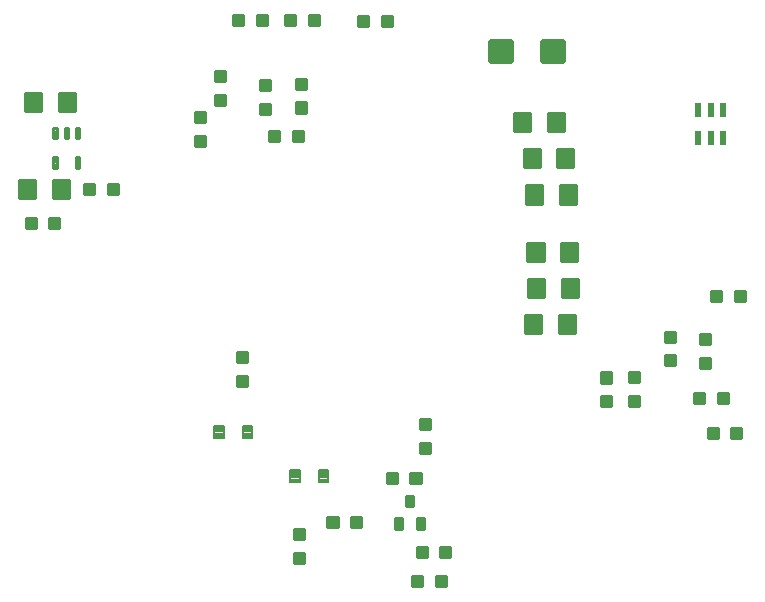
<source format=gbr>
G04 EAGLE Gerber RS-274X export*
G75*
%MOMM*%
%FSLAX34Y34*%
%LPD*%
%INSolderpaste Bottom*%
%IPPOS*%
%AMOC8*
5,1,8,0,0,1.08239X$1,22.5*%
G01*
%ADD10C,0.330000*%
%ADD11C,0.200000*%
%ADD12C,0.320000*%
%ADD13C,0.416000*%
%ADD14R,0.558000X1.309600*%
%ADD15C,0.532500*%
%ADD16C,0.295000*%


D10*
X648750Y286550D02*
X656450Y286550D01*
X656450Y278850D01*
X648750Y278850D01*
X648750Y286550D01*
X648750Y281985D02*
X656450Y281985D01*
X656450Y285120D02*
X648750Y285120D01*
X636450Y286550D02*
X628750Y286550D01*
X636450Y286550D02*
X636450Y278850D01*
X628750Y278850D01*
X628750Y286550D01*
X628750Y281985D02*
X636450Y281985D01*
X636450Y285120D02*
X628750Y285120D01*
X231834Y512992D02*
X224134Y512992D01*
X224134Y520692D01*
X231834Y520692D01*
X231834Y512992D01*
X231834Y516127D02*
X224134Y516127D01*
X224134Y519262D02*
X231834Y519262D01*
X244134Y512992D02*
X251834Y512992D01*
X244134Y512992D02*
X244134Y520692D01*
X251834Y520692D01*
X251834Y512992D01*
X251834Y516127D02*
X244134Y516127D01*
X244134Y519262D02*
X251834Y519262D01*
X288276Y520616D02*
X295976Y520616D01*
X295976Y512916D01*
X288276Y512916D01*
X288276Y520616D01*
X288276Y516051D02*
X295976Y516051D01*
X295976Y519186D02*
X288276Y519186D01*
X275976Y520616D02*
X268276Y520616D01*
X275976Y520616D02*
X275976Y512916D01*
X268276Y512916D01*
X268276Y520616D01*
X268276Y516051D02*
X275976Y516051D01*
X275976Y519186D02*
X268276Y519186D01*
X56170Y341190D02*
X48470Y341190D01*
X48470Y348890D01*
X56170Y348890D01*
X56170Y341190D01*
X56170Y344325D02*
X48470Y344325D01*
X48470Y347460D02*
X56170Y347460D01*
X68470Y341190D02*
X76170Y341190D01*
X68470Y341190D02*
X68470Y348890D01*
X76170Y348890D01*
X76170Y341190D01*
X76170Y344325D02*
X68470Y344325D01*
X68470Y347460D02*
X76170Y347460D01*
X216650Y445070D02*
X216650Y452770D01*
X216650Y445070D02*
X208950Y445070D01*
X208950Y452770D01*
X216650Y452770D01*
X216650Y448205D02*
X208950Y448205D01*
X208950Y451340D02*
X216650Y451340D01*
X216650Y465070D02*
X216650Y472770D01*
X216650Y465070D02*
X208950Y465070D01*
X208950Y472770D01*
X216650Y472770D01*
X216650Y468205D02*
X208950Y468205D01*
X208950Y471340D02*
X216650Y471340D01*
X349770Y519350D02*
X357470Y519350D01*
X357470Y511650D01*
X349770Y511650D01*
X349770Y519350D01*
X349770Y514785D02*
X357470Y514785D01*
X357470Y517920D02*
X349770Y517920D01*
X337470Y519350D02*
X329770Y519350D01*
X337470Y519350D02*
X337470Y511650D01*
X329770Y511650D01*
X329770Y519350D01*
X329770Y514785D02*
X337470Y514785D01*
X337470Y517920D02*
X329770Y517920D01*
X262170Y414890D02*
X254470Y414890D01*
X254470Y422590D01*
X262170Y422590D01*
X262170Y414890D01*
X262170Y418025D02*
X254470Y418025D01*
X254470Y421160D02*
X262170Y421160D01*
X274470Y414890D02*
X282170Y414890D01*
X274470Y414890D02*
X274470Y422590D01*
X282170Y422590D01*
X282170Y414890D01*
X282170Y418025D02*
X274470Y418025D01*
X274470Y421160D02*
X282170Y421160D01*
D11*
X303580Y135960D02*
X303580Y125960D01*
X295580Y125960D01*
X295580Y135960D01*
X303580Y135960D01*
X303580Y127860D02*
X295580Y127860D01*
X295580Y129760D02*
X303580Y129760D01*
X303580Y131660D02*
X295580Y131660D01*
X295580Y133560D02*
X303580Y133560D01*
X303580Y135460D02*
X295580Y135460D01*
X279580Y135960D02*
X279580Y125960D01*
X271580Y125960D01*
X271580Y135960D01*
X279580Y135960D01*
X279580Y127860D02*
X271580Y127860D01*
X271580Y129760D02*
X279580Y129760D01*
X279580Y131660D02*
X271580Y131660D01*
X271580Y133560D02*
X279580Y133560D01*
X279580Y135460D02*
X271580Y135460D01*
X207220Y163020D02*
X207220Y173020D01*
X215220Y173020D01*
X215220Y163020D01*
X207220Y163020D01*
X207220Y164920D02*
X215220Y164920D01*
X215220Y166820D02*
X207220Y166820D01*
X207220Y168720D02*
X215220Y168720D01*
X215220Y170620D02*
X207220Y170620D01*
X207220Y172520D02*
X215220Y172520D01*
X231220Y173020D02*
X231220Y163020D01*
X231220Y173020D02*
X239220Y173020D01*
X239220Y163020D01*
X231220Y163020D01*
X231220Y164920D02*
X239220Y164920D01*
X239220Y166820D02*
X231220Y166820D01*
X231220Y168720D02*
X239220Y168720D01*
X239220Y170620D02*
X231220Y170620D01*
X231220Y172520D02*
X239220Y172520D01*
D12*
X498394Y392491D02*
X511194Y392491D01*
X498394Y392491D02*
X498394Y407321D01*
X511194Y407321D01*
X511194Y392491D01*
X511194Y395531D02*
X498394Y395531D01*
X498394Y398571D02*
X511194Y398571D01*
X511194Y401611D02*
X498394Y401611D01*
X498394Y404651D02*
X511194Y404651D01*
X482754Y392491D02*
X469954Y392491D01*
X469954Y407321D01*
X482754Y407321D01*
X482754Y392491D01*
X482754Y395531D02*
X469954Y395531D01*
X469954Y398571D02*
X482754Y398571D01*
X482754Y401611D02*
X469954Y401611D01*
X469954Y404651D02*
X482754Y404651D01*
D10*
X627290Y230010D02*
X627290Y222310D01*
X619590Y222310D01*
X619590Y230010D01*
X627290Y230010D01*
X627290Y225445D02*
X619590Y225445D01*
X619590Y228580D02*
X627290Y228580D01*
X627290Y242310D02*
X627290Y250010D01*
X627290Y242310D02*
X619590Y242310D01*
X619590Y250010D01*
X627290Y250010D01*
X627290Y245445D02*
X619590Y245445D01*
X619590Y248580D02*
X627290Y248580D01*
X566990Y197970D02*
X566990Y190270D01*
X559290Y190270D01*
X559290Y197970D01*
X566990Y197970D01*
X566990Y193405D02*
X559290Y193405D01*
X559290Y196540D02*
X566990Y196540D01*
X566990Y210270D02*
X566990Y217970D01*
X566990Y210270D02*
X559290Y210270D01*
X559290Y217970D01*
X566990Y217970D01*
X566990Y213405D02*
X559290Y213405D01*
X559290Y216540D02*
X566990Y216540D01*
X614390Y193010D02*
X622090Y193010D01*
X614390Y193010D02*
X614390Y200710D01*
X622090Y200710D01*
X622090Y193010D01*
X622090Y196145D02*
X614390Y196145D01*
X614390Y199280D02*
X622090Y199280D01*
X634390Y193010D02*
X642090Y193010D01*
X634390Y193010D02*
X634390Y200710D01*
X642090Y200710D01*
X642090Y193010D01*
X642090Y196145D02*
X634390Y196145D01*
X634390Y199280D02*
X642090Y199280D01*
X633570Y162790D02*
X625870Y162790D01*
X625870Y170490D01*
X633570Y170490D01*
X633570Y162790D01*
X633570Y165925D02*
X625870Y165925D01*
X625870Y169060D02*
X633570Y169060D01*
X645870Y162790D02*
X653570Y162790D01*
X645870Y162790D02*
X645870Y170490D01*
X653570Y170490D01*
X653570Y162790D01*
X653570Y165925D02*
X645870Y165925D01*
X645870Y169060D02*
X653570Y169060D01*
X361890Y124830D02*
X354190Y124830D01*
X354190Y132530D01*
X361890Y132530D01*
X361890Y124830D01*
X361890Y127965D02*
X354190Y127965D01*
X354190Y131100D02*
X361890Y131100D01*
X374190Y124830D02*
X381890Y124830D01*
X374190Y124830D02*
X374190Y132530D01*
X381890Y132530D01*
X381890Y124830D01*
X381890Y127965D02*
X374190Y127965D01*
X374190Y131100D02*
X381890Y131100D01*
X379496Y62500D02*
X387196Y62500D01*
X379496Y62500D02*
X379496Y70200D01*
X387196Y70200D01*
X387196Y62500D01*
X387196Y65635D02*
X379496Y65635D01*
X379496Y68770D02*
X387196Y68770D01*
X399496Y62500D02*
X407196Y62500D01*
X399496Y62500D02*
X399496Y70200D01*
X407196Y70200D01*
X407196Y62500D01*
X407196Y65635D02*
X399496Y65635D01*
X399496Y68770D02*
X407196Y68770D01*
X383410Y38056D02*
X375710Y38056D01*
X375710Y45756D01*
X383410Y45756D01*
X383410Y38056D01*
X383410Y41191D02*
X375710Y41191D01*
X375710Y44326D02*
X383410Y44326D01*
X395710Y38056D02*
X403410Y38056D01*
X395710Y38056D02*
X395710Y45756D01*
X403410Y45756D01*
X403410Y38056D01*
X403410Y41191D02*
X395710Y41191D01*
X395710Y44326D02*
X403410Y44326D01*
D12*
X501696Y312679D02*
X514496Y312679D01*
X501696Y312679D02*
X501696Y327509D01*
X514496Y327509D01*
X514496Y312679D01*
X514496Y315719D02*
X501696Y315719D01*
X501696Y318759D02*
X514496Y318759D01*
X514496Y321799D02*
X501696Y321799D01*
X501696Y324839D02*
X514496Y324839D01*
X486056Y312679D02*
X473256Y312679D01*
X473256Y327509D01*
X486056Y327509D01*
X486056Y312679D01*
X486056Y315719D02*
X473256Y315719D01*
X473256Y318759D02*
X486056Y318759D01*
X486056Y321799D02*
X473256Y321799D01*
X473256Y324839D02*
X486056Y324839D01*
D10*
X389730Y158130D02*
X389730Y150430D01*
X382030Y150430D01*
X382030Y158130D01*
X389730Y158130D01*
X389730Y153565D02*
X382030Y153565D01*
X382030Y156700D02*
X389730Y156700D01*
X389730Y170430D02*
X389730Y178130D01*
X389730Y170430D02*
X382030Y170430D01*
X382030Y178130D01*
X389730Y178130D01*
X389730Y173565D02*
X382030Y173565D01*
X382030Y176700D02*
X389730Y176700D01*
X275890Y85070D02*
X275890Y77370D01*
X275890Y85070D02*
X283590Y85070D01*
X283590Y77370D01*
X275890Y77370D01*
X275890Y80505D02*
X283590Y80505D01*
X283590Y83640D02*
X275890Y83640D01*
X275890Y65070D02*
X275890Y57370D01*
X275890Y65070D02*
X283590Y65070D01*
X283590Y57370D01*
X275890Y57370D01*
X275890Y60505D02*
X283590Y60505D01*
X283590Y63640D02*
X275890Y63640D01*
X323910Y95670D02*
X331610Y95670D01*
X331610Y87970D01*
X323910Y87970D01*
X323910Y95670D01*
X323910Y91105D02*
X331610Y91105D01*
X331610Y94240D02*
X323910Y94240D01*
X311610Y95670D02*
X303910Y95670D01*
X311610Y95670D02*
X311610Y87970D01*
X303910Y87970D01*
X303910Y95670D01*
X303910Y91105D02*
X311610Y91105D01*
X311610Y94240D02*
X303910Y94240D01*
X246430Y457610D02*
X246430Y465310D01*
X254130Y465310D01*
X254130Y457610D01*
X246430Y457610D01*
X246430Y460745D02*
X254130Y460745D01*
X254130Y463880D02*
X246430Y463880D01*
X246430Y445310D02*
X246430Y437610D01*
X246430Y445310D02*
X254130Y445310D01*
X254130Y437610D01*
X246430Y437610D01*
X246430Y440745D02*
X254130Y440745D01*
X254130Y443880D02*
X246430Y443880D01*
X277233Y458616D02*
X277233Y466316D01*
X284933Y466316D01*
X284933Y458616D01*
X277233Y458616D01*
X277233Y461751D02*
X284933Y461751D01*
X284933Y464886D02*
X277233Y464886D01*
X277233Y446316D02*
X277233Y438616D01*
X277233Y446316D02*
X284933Y446316D01*
X284933Y438616D01*
X277233Y438616D01*
X277233Y441751D02*
X284933Y441751D01*
X284933Y444886D02*
X277233Y444886D01*
D12*
X499664Y251663D02*
X512464Y251663D01*
X499664Y251663D02*
X499664Y266493D01*
X512464Y266493D01*
X512464Y251663D01*
X512464Y254703D02*
X499664Y254703D01*
X499664Y257743D02*
X512464Y257743D01*
X512464Y260783D02*
X499664Y260783D01*
X499664Y263823D02*
X512464Y263823D01*
X484024Y251663D02*
X471224Y251663D01*
X471224Y266493D01*
X484024Y266493D01*
X484024Y251663D01*
X484024Y254703D02*
X471224Y254703D01*
X471224Y257743D02*
X484024Y257743D01*
X484024Y260783D02*
X471224Y260783D01*
X471224Y263823D02*
X484024Y263823D01*
X490266Y422745D02*
X503066Y422745D01*
X490266Y422745D02*
X490266Y437575D01*
X503066Y437575D01*
X503066Y422745D01*
X503066Y425785D02*
X490266Y425785D01*
X490266Y428825D02*
X503066Y428825D01*
X503066Y431865D02*
X490266Y431865D01*
X490266Y434905D02*
X503066Y434905D01*
X474626Y422745D02*
X461826Y422745D01*
X461826Y437575D01*
X474626Y437575D01*
X474626Y422745D01*
X474626Y425785D02*
X461826Y425785D01*
X461826Y428825D02*
X474626Y428825D01*
X474626Y431865D02*
X461826Y431865D01*
X461826Y434905D02*
X474626Y434905D01*
X500426Y361221D02*
X513226Y361221D01*
X500426Y361221D02*
X500426Y376051D01*
X513226Y376051D01*
X513226Y361221D01*
X513226Y364261D02*
X500426Y364261D01*
X500426Y367301D02*
X513226Y367301D01*
X513226Y370341D02*
X500426Y370341D01*
X500426Y373381D02*
X513226Y373381D01*
X484786Y361221D02*
X471986Y361221D01*
X471986Y376051D01*
X484786Y376051D01*
X484786Y361221D01*
X484786Y364261D02*
X471986Y364261D01*
X471986Y367301D02*
X484786Y367301D01*
X484786Y370341D02*
X471986Y370341D01*
X471986Y373381D02*
X484786Y373381D01*
X502204Y282425D02*
X515004Y282425D01*
X502204Y282425D02*
X502204Y297255D01*
X515004Y297255D01*
X515004Y282425D01*
X515004Y285465D02*
X502204Y285465D01*
X502204Y288505D02*
X515004Y288505D01*
X515004Y291545D02*
X502204Y291545D01*
X502204Y294585D02*
X515004Y294585D01*
X486564Y282425D02*
X473764Y282425D01*
X473764Y297255D01*
X486564Y297255D01*
X486564Y282425D01*
X486564Y285465D02*
X473764Y285465D01*
X473764Y288505D02*
X486564Y288505D01*
X486564Y291545D02*
X473764Y291545D01*
X473764Y294585D02*
X486564Y294585D01*
D13*
X380160Y94190D02*
X380160Y87050D01*
X380160Y94190D02*
X384000Y94190D01*
X384000Y87050D01*
X380160Y87050D01*
X380160Y91002D02*
X384000Y91002D01*
X361160Y94190D02*
X361160Y87050D01*
X361160Y94190D02*
X365000Y94190D01*
X365000Y87050D01*
X361160Y87050D01*
X361160Y91002D02*
X365000Y91002D01*
X374500Y106250D02*
X374500Y113390D01*
X374500Y106250D02*
X370660Y106250D01*
X370660Y113390D01*
X374500Y113390D01*
X374500Y110202D02*
X370660Y110202D01*
D14*
X617228Y440784D03*
X627728Y440784D03*
X638228Y440784D03*
X638228Y416908D03*
X627728Y416908D03*
X617228Y416908D03*
D15*
X458838Y482412D02*
X441962Y482412D01*
X441962Y498388D01*
X458838Y498388D01*
X458838Y482412D01*
X458838Y487471D02*
X441962Y487471D01*
X441962Y492530D02*
X458838Y492530D01*
X458838Y497589D02*
X441962Y497589D01*
X485762Y482412D02*
X502638Y482412D01*
X485762Y482412D02*
X485762Y498388D01*
X502638Y498388D01*
X502638Y482412D01*
X502638Y487471D02*
X485762Y487471D01*
X485762Y492530D02*
X502638Y492530D01*
X502638Y497589D02*
X485762Y497589D01*
D10*
X535150Y217770D02*
X535150Y210070D01*
X535150Y217770D02*
X542850Y217770D01*
X542850Y210070D01*
X535150Y210070D01*
X535150Y213205D02*
X542850Y213205D01*
X542850Y216340D02*
X535150Y216340D01*
X535150Y197770D02*
X535150Y190070D01*
X535150Y197770D02*
X542850Y197770D01*
X542850Y190070D01*
X535150Y190070D01*
X535150Y193205D02*
X542850Y193205D01*
X542850Y196340D02*
X535150Y196340D01*
X597270Y224670D02*
X597270Y232370D01*
X597270Y224670D02*
X589570Y224670D01*
X589570Y232370D01*
X597270Y232370D01*
X597270Y227805D02*
X589570Y227805D01*
X589570Y230940D02*
X597270Y230940D01*
X597270Y244670D02*
X597270Y252370D01*
X597270Y244670D02*
X589570Y244670D01*
X589570Y252370D01*
X597270Y252370D01*
X597270Y247805D02*
X589570Y247805D01*
X589570Y250940D02*
X597270Y250940D01*
D16*
X70965Y416765D02*
X70965Y425915D01*
X73915Y425915D01*
X73915Y416765D01*
X70965Y416765D01*
X70965Y419567D02*
X73915Y419567D01*
X73915Y422369D02*
X70965Y422369D01*
X70965Y425171D02*
X73915Y425171D01*
X80465Y425915D02*
X80465Y416765D01*
X80465Y425915D02*
X83415Y425915D01*
X83415Y416765D01*
X80465Y416765D01*
X80465Y419567D02*
X83415Y419567D01*
X83415Y422369D02*
X80465Y422369D01*
X80465Y425171D02*
X83415Y425171D01*
X89965Y425915D02*
X89965Y416765D01*
X89965Y425915D02*
X92915Y425915D01*
X92915Y416765D01*
X89965Y416765D01*
X89965Y419567D02*
X92915Y419567D01*
X92915Y422369D02*
X89965Y422369D01*
X89965Y425171D02*
X92915Y425171D01*
X89965Y400815D02*
X89965Y391665D01*
X89965Y400815D02*
X92915Y400815D01*
X92915Y391665D01*
X89965Y391665D01*
X89965Y394467D02*
X92915Y394467D01*
X92915Y397269D02*
X89965Y397269D01*
X89965Y400071D02*
X92915Y400071D01*
X70965Y400815D02*
X70965Y391665D01*
X70965Y400815D02*
X73915Y400815D01*
X73915Y391665D01*
X70965Y391665D01*
X70965Y394467D02*
X73915Y394467D01*
X73915Y397269D02*
X70965Y397269D01*
X70965Y400071D02*
X73915Y400071D01*
D12*
X60760Y454455D02*
X47960Y454455D01*
X60760Y454455D02*
X60760Y439625D01*
X47960Y439625D01*
X47960Y454455D01*
X47960Y442665D02*
X60760Y442665D01*
X60760Y445705D02*
X47960Y445705D01*
X47960Y448745D02*
X60760Y448745D01*
X60760Y451785D02*
X47960Y451785D01*
X76400Y454455D02*
X89200Y454455D01*
X89200Y439625D01*
X76400Y439625D01*
X76400Y454455D01*
X76400Y442665D02*
X89200Y442665D01*
X89200Y445705D02*
X76400Y445705D01*
X76400Y448745D02*
X89200Y448745D01*
X89200Y451785D02*
X76400Y451785D01*
X55680Y380795D02*
X42880Y380795D01*
X55680Y380795D02*
X55680Y365965D01*
X42880Y365965D01*
X42880Y380795D01*
X42880Y369005D02*
X55680Y369005D01*
X55680Y372045D02*
X42880Y372045D01*
X42880Y375085D02*
X55680Y375085D01*
X55680Y378125D02*
X42880Y378125D01*
X71320Y380795D02*
X84120Y380795D01*
X84120Y365965D01*
X71320Y365965D01*
X71320Y380795D01*
X71320Y369005D02*
X84120Y369005D01*
X84120Y372045D02*
X71320Y372045D01*
X71320Y375085D02*
X84120Y375085D01*
X84120Y378125D02*
X71320Y378125D01*
D10*
X118070Y377230D02*
X125770Y377230D01*
X125770Y369530D01*
X118070Y369530D01*
X118070Y377230D01*
X118070Y372665D02*
X125770Y372665D01*
X125770Y375800D02*
X118070Y375800D01*
X105770Y377230D02*
X98070Y377230D01*
X105770Y377230D02*
X105770Y369530D01*
X98070Y369530D01*
X98070Y377230D01*
X98070Y372665D02*
X105770Y372665D01*
X105770Y375800D02*
X98070Y375800D01*
X234990Y214830D02*
X234990Y207130D01*
X227290Y207130D01*
X227290Y214830D01*
X234990Y214830D01*
X234990Y210265D02*
X227290Y210265D01*
X227290Y213400D02*
X234990Y213400D01*
X234990Y227130D02*
X234990Y234830D01*
X234990Y227130D02*
X227290Y227130D01*
X227290Y234830D01*
X234990Y234830D01*
X234990Y230265D02*
X227290Y230265D01*
X227290Y233400D02*
X234990Y233400D01*
X191730Y430330D02*
X191730Y438030D01*
X199430Y438030D01*
X199430Y430330D01*
X191730Y430330D01*
X191730Y433465D02*
X199430Y433465D01*
X199430Y436600D02*
X191730Y436600D01*
X191730Y418030D02*
X191730Y410330D01*
X191730Y418030D02*
X199430Y418030D01*
X199430Y410330D01*
X191730Y410330D01*
X191730Y413465D02*
X199430Y413465D01*
X199430Y416600D02*
X191730Y416600D01*
M02*

</source>
